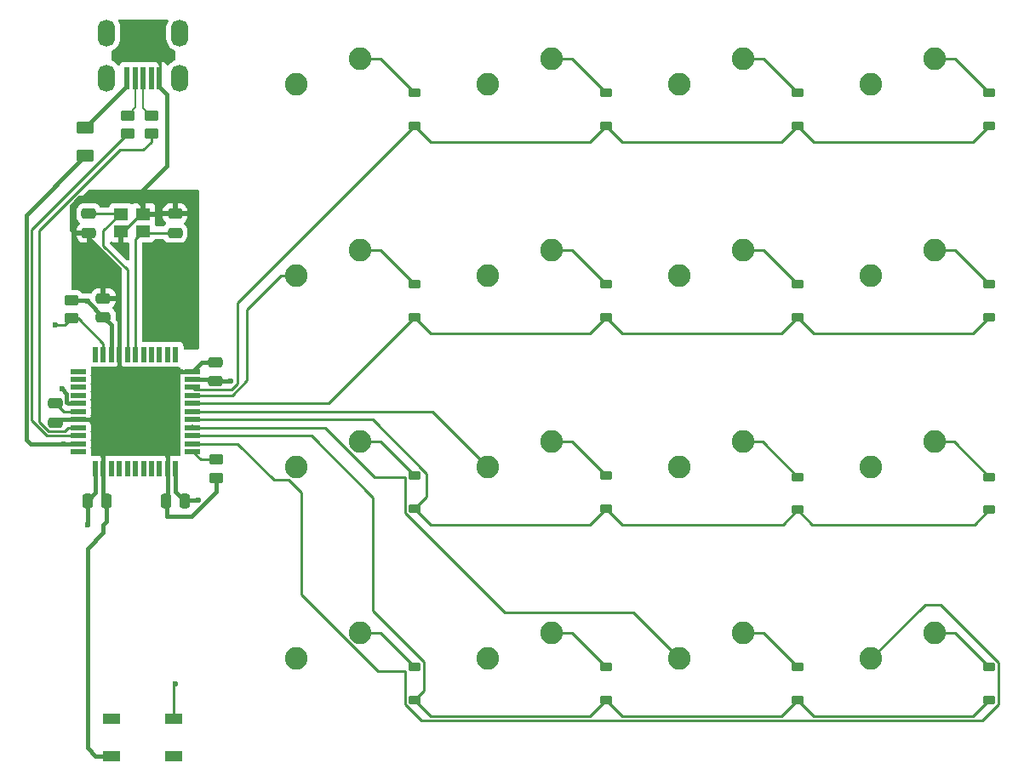
<source format=gbr>
%TF.GenerationSoftware,KiCad,Pcbnew,8.0.0*%
%TF.CreationDate,2025-01-29T17:19:00-08:00*%
%TF.ProjectId,IEEE-Macropad,49454545-2d4d-4616-9372-6f7061642e6b,rev?*%
%TF.SameCoordinates,Original*%
%TF.FileFunction,Copper,L2,Bot*%
%TF.FilePolarity,Positive*%
%FSLAX46Y46*%
G04 Gerber Fmt 4.6, Leading zero omitted, Abs format (unit mm)*
G04 Created by KiCad (PCBNEW 8.0.0) date 2025-01-29 17:19:00*
%MOMM*%
%LPD*%
G01*
G04 APERTURE LIST*
G04 Aperture macros list*
%AMRoundRect*
0 Rectangle with rounded corners*
0 $1 Rounding radius*
0 $2 $3 $4 $5 $6 $7 $8 $9 X,Y pos of 4 corners*
0 Add a 4 corners polygon primitive as box body*
4,1,4,$2,$3,$4,$5,$6,$7,$8,$9,$2,$3,0*
0 Add four circle primitives for the rounded corners*
1,1,$1+$1,$2,$3*
1,1,$1+$1,$4,$5*
1,1,$1+$1,$6,$7*
1,1,$1+$1,$8,$9*
0 Add four rect primitives between the rounded corners*
20,1,$1+$1,$2,$3,$4,$5,0*
20,1,$1+$1,$4,$5,$6,$7,0*
20,1,$1+$1,$6,$7,$8,$9,0*
20,1,$1+$1,$8,$9,$2,$3,0*%
G04 Aperture macros list end*
%TA.AperFunction,ComponentPad*%
%ADD10C,2.250000*%
%TD*%
%TA.AperFunction,SMDPad,CuDef*%
%ADD11RoundRect,0.225000X0.375000X-0.225000X0.375000X0.225000X-0.375000X0.225000X-0.375000X-0.225000X0*%
%TD*%
%TA.AperFunction,SMDPad,CuDef*%
%ADD12R,0.500000X2.250000*%
%TD*%
%TA.AperFunction,ComponentPad*%
%ADD13O,1.700000X2.700000*%
%TD*%
%TA.AperFunction,SMDPad,CuDef*%
%ADD14R,1.800000X1.100000*%
%TD*%
%TA.AperFunction,SMDPad,CuDef*%
%ADD15RoundRect,0.250000X-0.450000X0.262500X-0.450000X-0.262500X0.450000X-0.262500X0.450000X0.262500X0*%
%TD*%
%TA.AperFunction,SMDPad,CuDef*%
%ADD16RoundRect,0.250000X0.250000X0.475000X-0.250000X0.475000X-0.250000X-0.475000X0.250000X-0.475000X0*%
%TD*%
%TA.AperFunction,SMDPad,CuDef*%
%ADD17RoundRect,0.250000X-0.250000X-0.475000X0.250000X-0.475000X0.250000X0.475000X-0.250000X0.475000X0*%
%TD*%
%TA.AperFunction,SMDPad,CuDef*%
%ADD18RoundRect,0.250000X0.475000X-0.250000X0.475000X0.250000X-0.475000X0.250000X-0.475000X-0.250000X0*%
%TD*%
%TA.AperFunction,SMDPad,CuDef*%
%ADD19RoundRect,0.250000X-0.475000X0.250000X-0.475000X-0.250000X0.475000X-0.250000X0.475000X0.250000X0*%
%TD*%
%TA.AperFunction,SMDPad,CuDef*%
%ADD20R,1.500000X0.550000*%
%TD*%
%TA.AperFunction,SMDPad,CuDef*%
%ADD21R,0.550000X1.500000*%
%TD*%
%TA.AperFunction,SMDPad,CuDef*%
%ADD22R,1.400000X1.200000*%
%TD*%
%TA.AperFunction,SMDPad,CuDef*%
%ADD23RoundRect,0.250000X-0.625000X0.375000X-0.625000X-0.375000X0.625000X-0.375000X0.625000X0.375000X0*%
%TD*%
%TA.AperFunction,ViaPad*%
%ADD24C,0.600000*%
%TD*%
%TA.AperFunction,Conductor*%
%ADD25C,0.381000*%
%TD*%
%TA.AperFunction,Conductor*%
%ADD26C,0.254000*%
%TD*%
%TA.AperFunction,Conductor*%
%ADD27C,0.200000*%
%TD*%
G04 APERTURE END LIST*
D10*
%TO.P,MX6,1,COL*%
%TO.N,COL1*%
X172402500Y-50641250D03*
%TO.P,MX6,2,ROW*%
%TO.N,Net-(D6-A)*%
X178752500Y-48101250D03*
%TD*%
%TO.P,MX11,1,COL*%
%TO.N,COL2*%
X191452500Y-69691250D03*
%TO.P,MX11,2,ROW*%
%TO.N,Net-(D11-A)*%
X197802500Y-67151250D03*
%TD*%
%TO.P,MX16,1,COL*%
%TO.N,COL3*%
X210502500Y-88741250D03*
%TO.P,MX16,2,ROW*%
%TO.N,Net-(D16-A)*%
X216852500Y-86201250D03*
%TD*%
%TO.P,MX8,1,COL*%
%TO.N,COL3*%
X210502500Y-50641250D03*
%TO.P,MX8,2,ROW*%
%TO.N,Net-(D8-A)*%
X216852500Y-48101250D03*
%TD*%
%TO.P,MX4,1,COL*%
%TO.N,COL3*%
X210502500Y-31591250D03*
%TO.P,MX4,2,ROW*%
%TO.N,Net-(D4-A)*%
X216852500Y-29051250D03*
%TD*%
%TO.P,MX3,1,COL*%
%TO.N,COL2*%
X191452500Y-31591250D03*
%TO.P,MX3,2,ROW*%
%TO.N,Net-(D3-A)*%
X197802500Y-29051250D03*
%TD*%
%TO.P,MX5,1,COL*%
%TO.N,COL0*%
X153352500Y-50641250D03*
%TO.P,MX5,2,ROW*%
%TO.N,Net-(D5-A)*%
X159702500Y-48101250D03*
%TD*%
%TO.P,MX1,1,COL*%
%TO.N,COL0*%
X153352500Y-31591250D03*
%TO.P,MX1,2,ROW*%
%TO.N,Net-(D1-A)*%
X159702500Y-29051250D03*
%TD*%
%TO.P,MX12,1,COL*%
%TO.N,COL3*%
X210502500Y-69691250D03*
%TO.P,MX12,2,ROW*%
%TO.N,Net-(D12-A)*%
X216852500Y-67151250D03*
%TD*%
%TO.P,MX15,1,COL*%
%TO.N,COL2*%
X191452500Y-88741250D03*
%TO.P,MX15,2,ROW*%
%TO.N,Net-(D15-A)*%
X197802500Y-86201250D03*
%TD*%
%TO.P,MX2,1,COL*%
%TO.N,COL1*%
X172402500Y-31591250D03*
%TO.P,MX2,2,ROW*%
%TO.N,Net-(D2-A)*%
X178752500Y-29051250D03*
%TD*%
%TO.P,MX9,1,COL*%
%TO.N,COL0*%
X153352500Y-69691250D03*
%TO.P,MX9,2,ROW*%
%TO.N,Net-(D9-A)*%
X159702500Y-67151250D03*
%TD*%
%TO.P,MX7,1,COL*%
%TO.N,COL2*%
X191452500Y-50641250D03*
%TO.P,MX7,2,ROW*%
%TO.N,Net-(D7-A)*%
X197802500Y-48101250D03*
%TD*%
%TO.P,MX10,1,COL*%
%TO.N,COL1*%
X172402500Y-69691250D03*
%TO.P,MX10,2,ROW*%
%TO.N,Net-(D10-A)*%
X178752500Y-67151250D03*
%TD*%
%TO.P,MX14,1,COL*%
%TO.N,COL1*%
X172402500Y-88741250D03*
%TO.P,MX14,2,ROW*%
%TO.N,Net-(D14-A)*%
X178752500Y-86201250D03*
%TD*%
%TO.P,MX13,1,COL*%
%TO.N,COL0*%
X153352500Y-88741250D03*
%TO.P,MX13,2,ROW*%
%TO.N,Net-(D13-A)*%
X159702500Y-86201250D03*
%TD*%
D11*
%TO.P,D9,1,K*%
%TO.N,ROW2*%
X165100000Y-73818750D03*
%TO.P,D9,2,A*%
%TO.N,Net-(D9-A)*%
X165100000Y-70518750D03*
%TD*%
D12*
%TO.P,USB1,1,GND*%
%TO.N,GND*%
X139718750Y-30956250D03*
%TO.P,USB1,2,ID*%
%TO.N,unconnected-(USB1-ID-Pad2)*%
X138918750Y-30956250D03*
%TO.P,USB1,3,D+*%
%TO.N,D+*%
X138118750Y-30956250D03*
%TO.P,USB1,4,D-*%
%TO.N,D-*%
X137318750Y-30956250D03*
%TO.P,USB1,5,VBUS*%
%TO.N,VCC*%
X136518750Y-30956250D03*
D13*
%TO.P,USB1,6,SHIELD*%
%TO.N,unconnected-(USB1-SHIELD-Pad6)*%
X141768750Y-26456250D03*
X134468750Y-26456250D03*
X141768750Y-30956250D03*
X134468750Y-30956250D03*
%TD*%
D14*
%TO.P,SW1,1,1*%
%TO.N,GND*%
X134937500Y-98425000D03*
%TO.P,SW1,2,2*%
%TO.N,Net-(U1-~{RESET})*%
X141137500Y-94725000D03*
%TO.P,SW1,3*%
%TO.N,N/C*%
X134937500Y-94725000D03*
%TO.P,SW1,4*%
X141137500Y-98425000D03*
%TD*%
D11*
%TO.P,D10,1,K*%
%TO.N,ROW2*%
X184150000Y-73818750D03*
%TO.P,D10,2,A*%
%TO.N,Net-(D10-A)*%
X184150000Y-70518750D03*
%TD*%
%TO.P,D2,1,K*%
%TO.N,ROW0*%
X184150000Y-35718750D03*
%TO.P,D2,2,A*%
%TO.N,Net-(D2-A)*%
X184150000Y-32418750D03*
%TD*%
%TO.P,D13,1,K*%
%TO.N,ROW3*%
X165100000Y-92868750D03*
%TO.P,D13,2,A*%
%TO.N,Net-(D13-A)*%
X165100000Y-89568750D03*
%TD*%
%TO.P,D11,1,K*%
%TO.N,ROW2*%
X203200000Y-73943750D03*
%TO.P,D11,2,A*%
%TO.N,Net-(D11-A)*%
X203200000Y-70643750D03*
%TD*%
D15*
%TO.P,R3,1*%
%TO.N,D-*%
X136525000Y-34687500D03*
%TO.P,R3,2*%
%TO.N,Net-(U1-D-)*%
X136525000Y-36512500D03*
%TD*%
D16*
%TO.P,C6,1*%
%TO.N,+5V*%
X142237500Y-73025000D03*
%TO.P,C6,2*%
%TO.N,GND*%
X140337500Y-73025000D03*
%TD*%
D11*
%TO.P,D5,1,K*%
%TO.N,ROW1*%
X165100000Y-54768750D03*
%TO.P,D5,2,A*%
%TO.N,Net-(D5-A)*%
X165100000Y-51468750D03*
%TD*%
%TO.P,D4,1,K*%
%TO.N,ROW0*%
X222250000Y-35718750D03*
%TO.P,D4,2,A*%
%TO.N,Net-(D4-A)*%
X222250000Y-32418750D03*
%TD*%
D15*
%TO.P,R1,1*%
%TO.N,+5V*%
X130968750Y-53062500D03*
%TO.P,R1,2*%
%TO.N,Net-(U1-~{RESET})*%
X130968750Y-54887500D03*
%TD*%
D11*
%TO.P,D1,1,K*%
%TO.N,ROW0*%
X165100000Y-35718750D03*
%TO.P,D1,2,A*%
%TO.N,Net-(D1-A)*%
X165100000Y-32418750D03*
%TD*%
D17*
%TO.P,C7,1*%
%TO.N,+5V*%
X132556250Y-73025000D03*
%TO.P,C7,2*%
%TO.N,GND*%
X134456250Y-73025000D03*
%TD*%
D11*
%TO.P,D16,1,K*%
%TO.N,ROW3*%
X222250000Y-92868750D03*
%TO.P,D16,2,A*%
%TO.N,Net-(D16-A)*%
X222250000Y-89568750D03*
%TD*%
D18*
%TO.P,C5,1*%
%TO.N,+5V*%
X134143750Y-54768750D03*
%TO.P,C5,2*%
%TO.N,GND*%
X134143750Y-52868750D03*
%TD*%
D11*
%TO.P,D15,1,K*%
%TO.N,ROW3*%
X203200000Y-92868750D03*
%TO.P,D15,2,A*%
%TO.N,Net-(D15-A)*%
X203200000Y-89568750D03*
%TD*%
%TO.P,D14,1,K*%
%TO.N,ROW3*%
X184150000Y-92868750D03*
%TO.P,D14,2,A*%
%TO.N,Net-(D14-A)*%
X184150000Y-89568750D03*
%TD*%
D15*
%TO.P,R2,1*%
%TO.N,D+*%
X138906250Y-34687500D03*
%TO.P,R2,2*%
%TO.N,Net-(U1-D+)*%
X138906250Y-36512500D03*
%TD*%
D19*
%TO.P,C3,1*%
%TO.N,Net-(U1-UCAP)*%
X129381250Y-63343750D03*
%TO.P,C3,2*%
%TO.N,GND*%
X129381250Y-65243750D03*
%TD*%
D11*
%TO.P,D12,1,K*%
%TO.N,ROW2*%
X222250000Y-73943750D03*
%TO.P,D12,2,A*%
%TO.N,Net-(D12-A)*%
X222250000Y-70643750D03*
%TD*%
D18*
%TO.P,C2,1*%
%TO.N,GND*%
X132712500Y-46350000D03*
%TO.P,C2,2*%
%TO.N,Net-(U1-XTAL2)*%
X132712500Y-44450000D03*
%TD*%
D20*
%TO.P,U1,1,PE6*%
%TO.N,unconnected-(U1-PE6-Pad1)*%
X131637500Y-68150000D03*
%TO.P,U1,2,UVCC*%
%TO.N,+5V*%
X131637500Y-67350000D03*
%TO.P,U1,3,D-*%
%TO.N,Net-(U1-D-)*%
X131637500Y-66550000D03*
%TO.P,U1,4,D+*%
%TO.N,Net-(U1-D+)*%
X131637500Y-65750000D03*
%TO.P,U1,5,UGND*%
%TO.N,GND*%
X131637500Y-64950000D03*
%TO.P,U1,6,UCAP*%
%TO.N,Net-(U1-UCAP)*%
X131637500Y-64150000D03*
%TO.P,U1,7,VBUS*%
%TO.N,+5V*%
X131637500Y-63350000D03*
%TO.P,U1,8,PB0*%
%TO.N,unconnected-(U1-PB0-Pad8)*%
X131637500Y-62550000D03*
%TO.P,U1,9,PB1*%
%TO.N,unconnected-(U1-PB1-Pad9)*%
X131637500Y-61750000D03*
%TO.P,U1,10,PB2*%
%TO.N,unconnected-(U1-PB2-Pad10)*%
X131637500Y-60950000D03*
%TO.P,U1,11,PB3*%
%TO.N,unconnected-(U1-PB3-Pad11)*%
X131637500Y-60150000D03*
D21*
%TO.P,U1,12,PB7*%
%TO.N,unconnected-(U1-PB7-Pad12)*%
X133337500Y-58450000D03*
%TO.P,U1,13,~{RESET}*%
%TO.N,Net-(U1-~{RESET})*%
X134137500Y-58450000D03*
%TO.P,U1,14,VCC*%
%TO.N,+5V*%
X134937500Y-58450000D03*
%TO.P,U1,15,GND*%
%TO.N,GND*%
X135737500Y-58450000D03*
%TO.P,U1,16,XTAL2*%
%TO.N,Net-(U1-XTAL2)*%
X136537500Y-58450000D03*
%TO.P,U1,17,XTAL1*%
%TO.N,Net-(U1-XTAL1)*%
X137337500Y-58450000D03*
%TO.P,U1,18,PD0*%
%TO.N,unconnected-(U1-PD0-Pad18)*%
X138137500Y-58450000D03*
%TO.P,U1,19,PD1*%
%TO.N,unconnected-(U1-PD1-Pad19)*%
X138937500Y-58450000D03*
%TO.P,U1,20,PD2*%
%TO.N,unconnected-(U1-PD2-Pad20)*%
X139737500Y-58450000D03*
%TO.P,U1,21,PD3*%
%TO.N,unconnected-(U1-PD3-Pad21)*%
X140537500Y-58450000D03*
%TO.P,U1,22,PD5*%
%TO.N,unconnected-(U1-PD5-Pad22)*%
X141337500Y-58450000D03*
D20*
%TO.P,U1,23,GND*%
%TO.N,GND*%
X143037500Y-60150000D03*
%TO.P,U1,24,AVCC*%
%TO.N,+5V*%
X143037500Y-60950000D03*
%TO.P,U1,25,PD4*%
%TO.N,ROW0*%
X143037500Y-61750000D03*
%TO.P,U1,26,PD6*%
%TO.N,COL0*%
X143037500Y-62550000D03*
%TO.P,U1,27,PD7*%
%TO.N,ROW1*%
X143037500Y-63350000D03*
%TO.P,U1,28,PB4*%
%TO.N,COL1*%
X143037500Y-64150000D03*
%TO.P,U1,29,PB5*%
%TO.N,ROW2*%
X143037500Y-64950000D03*
%TO.P,U1,30,PB6*%
%TO.N,COL2*%
X143037500Y-65750000D03*
%TO.P,U1,31,PC6*%
%TO.N,ROW3*%
X143037500Y-66550000D03*
%TO.P,U1,32,PC7*%
%TO.N,COL3*%
X143037500Y-67350000D03*
%TO.P,U1,33,~{HWB}/PE2*%
%TO.N,Net-(U1-~{HWB}{slash}PE2)*%
X143037500Y-68150000D03*
D21*
%TO.P,U1,34,VCC*%
%TO.N,+5V*%
X141337500Y-69850000D03*
%TO.P,U1,35,GND*%
%TO.N,GND*%
X140537500Y-69850000D03*
%TO.P,U1,36,PF7*%
%TO.N,unconnected-(U1-PF7-Pad36)*%
X139737500Y-69850000D03*
%TO.P,U1,37,PF6*%
%TO.N,unconnected-(U1-PF6-Pad37)*%
X138937500Y-69850000D03*
%TO.P,U1,38,PF5*%
%TO.N,unconnected-(U1-PF5-Pad38)*%
X138137500Y-69850000D03*
%TO.P,U1,39,PF4*%
%TO.N,unconnected-(U1-PF4-Pad39)*%
X137337500Y-69850000D03*
%TO.P,U1,40,PF1*%
%TO.N,unconnected-(U1-PF1-Pad40)*%
X136537500Y-69850000D03*
%TO.P,U1,41,PF0*%
%TO.N,unconnected-(U1-PF0-Pad41)*%
X135737500Y-69850000D03*
%TO.P,U1,42,AREF*%
%TO.N,unconnected-(U1-AREF-Pad42)*%
X134937500Y-69850000D03*
%TO.P,U1,43,GND*%
%TO.N,GND*%
X134137500Y-69850000D03*
%TO.P,U1,44,AVCC*%
%TO.N,+5V*%
X133337500Y-69850000D03*
%TD*%
D11*
%TO.P,D8,1,K*%
%TO.N,ROW1*%
X222250000Y-54768750D03*
%TO.P,D8,2,A*%
%TO.N,Net-(D8-A)*%
X222250000Y-51468750D03*
%TD*%
D15*
%TO.P,R4,1*%
%TO.N,Net-(U1-~{HWB}{slash}PE2)*%
X145375000Y-68937500D03*
%TO.P,R4,2*%
%TO.N,GND*%
X145375000Y-70762500D03*
%TD*%
D22*
%TO.P,Y1,1,1*%
%TO.N,Net-(U1-XTAL1)*%
X138112500Y-46193750D03*
%TO.P,Y1,2,2*%
%TO.N,GND*%
X135912500Y-46193750D03*
%TO.P,Y1,3,3*%
%TO.N,Net-(U1-XTAL2)*%
X135912500Y-44493750D03*
%TO.P,Y1,4,4*%
%TO.N,GND*%
X138112500Y-44493750D03*
%TD*%
D23*
%TO.P,F1,1*%
%TO.N,VCC*%
X132368750Y-35906250D03*
%TO.P,F1,2*%
%TO.N,+5V*%
X132368750Y-38706250D03*
%TD*%
D11*
%TO.P,D3,1,K*%
%TO.N,ROW0*%
X203200000Y-35718750D03*
%TO.P,D3,2,A*%
%TO.N,Net-(D3-A)*%
X203200000Y-32418750D03*
%TD*%
D19*
%TO.P,C1,1*%
%TO.N,GND*%
X141287500Y-44450000D03*
%TO.P,C1,2*%
%TO.N,Net-(U1-XTAL1)*%
X141287500Y-46350000D03*
%TD*%
D11*
%TO.P,D6,1,K*%
%TO.N,ROW1*%
X184150000Y-54768750D03*
%TO.P,D6,2,A*%
%TO.N,Net-(D6-A)*%
X184150000Y-51468750D03*
%TD*%
D18*
%TO.P,C4,1*%
%TO.N,+5V*%
X145256250Y-61118750D03*
%TO.P,C4,2*%
%TO.N,GND*%
X145256250Y-59218750D03*
%TD*%
D11*
%TO.P,D7,1,K*%
%TO.N,ROW1*%
X203200000Y-54768750D03*
%TO.P,D7,2,A*%
%TO.N,Net-(D7-A)*%
X203200000Y-51468750D03*
%TD*%
D24*
%TO.N,+5V*%
X132556250Y-53181250D03*
X130008250Y-61912500D03*
X130175000Y-67350000D03*
X132556250Y-75406250D03*
X143577367Y-72933617D03*
X146843750Y-61118750D03*
%TO.N,Net-(U1-~{RESET})*%
X141287500Y-91281250D03*
X129381250Y-55562500D03*
%TD*%
D25*
%TO.N,GND*%
X130968750Y-46037500D02*
X130968750Y-43656250D01*
X137318750Y-42862500D02*
X138112500Y-43656250D01*
D26*
X138156250Y-44450000D02*
X138112500Y-44493750D01*
D25*
X131762500Y-42862500D02*
X137318750Y-42862500D01*
D26*
X136166500Y-46193750D02*
X137866500Y-44493750D01*
D25*
X132712500Y-46350000D02*
X132712500Y-46925606D01*
X145375000Y-70762500D02*
X145375000Y-72112500D01*
X140493750Y-74612500D02*
X140493750Y-73181250D01*
X135737500Y-53181250D02*
X135737500Y-58450000D01*
X135731250Y-58737500D02*
X135737500Y-58731250D01*
X129381250Y-65243750D02*
X129675000Y-64950000D01*
X132556250Y-77787500D02*
X134143750Y-76200000D01*
X138550250Y-62393750D02*
X138550250Y-66319000D01*
X132768500Y-64950000D02*
X134137500Y-66319000D01*
X131281250Y-46350000D02*
X130968750Y-46037500D01*
D26*
X135912500Y-46193750D02*
X136166500Y-46193750D01*
D25*
X140537500Y-72825000D02*
X140337500Y-73025000D01*
X135887500Y-46193750D02*
X135731250Y-46037500D01*
X140537500Y-68306250D02*
X140537500Y-69850000D01*
X134137500Y-72706250D02*
X134137500Y-69850000D01*
X131637500Y-64950000D02*
X132768500Y-64950000D01*
D26*
X141243750Y-44493750D02*
X141287500Y-44450000D01*
D25*
X134137500Y-66319000D02*
X134137500Y-69850000D01*
X140794000Y-60150000D02*
X143037500Y-60150000D01*
X132712500Y-46925606D02*
X135737500Y-49950606D01*
X134137500Y-66319000D02*
X138550250Y-66319000D01*
X135737500Y-58450000D02*
X135737500Y-58731250D01*
D26*
X137866500Y-44493750D02*
X138112500Y-44493750D01*
D25*
X135737500Y-59581000D02*
X138550250Y-62393750D01*
X138112500Y-43656250D02*
X138112500Y-44493750D01*
X143968750Y-59218750D02*
X143037500Y-60150000D01*
X135737500Y-58450000D02*
X135737500Y-59581000D01*
X138550250Y-66319000D02*
X140537500Y-68306250D01*
X140493750Y-39687500D02*
X137318750Y-42862500D01*
X142875000Y-74612500D02*
X140493750Y-74612500D01*
X130968750Y-43656250D02*
X131762500Y-42862500D01*
X140493750Y-73181250D02*
X140337500Y-73025000D01*
X145375000Y-72112500D02*
X142875000Y-74612500D01*
X134456250Y-75093750D02*
X134456250Y-73025000D01*
X134143750Y-76200000D02*
X134143750Y-75406250D01*
X145256250Y-59218750D02*
X143968750Y-59218750D01*
X140537500Y-69850000D02*
X140537500Y-72825000D01*
D26*
X141287500Y-44450000D02*
X138156250Y-44450000D01*
D25*
X135425000Y-52868750D02*
X135737500Y-53181250D01*
X133350000Y-98425000D02*
X132556250Y-97631250D01*
X134143750Y-75406250D02*
X134456250Y-75093750D01*
X134937500Y-98425000D02*
X133350000Y-98425000D01*
X134143750Y-52868750D02*
X135425000Y-52868750D01*
X129675000Y-64950000D02*
X131637500Y-64950000D01*
X132556250Y-97631250D02*
X132556250Y-77787500D01*
X138550250Y-62393750D02*
X140794000Y-60150000D01*
X135737500Y-49950606D02*
X135737500Y-53181250D01*
X134456250Y-73025000D02*
X134137500Y-72706250D01*
X140493750Y-32606250D02*
X140493750Y-39687500D01*
X132712500Y-46350000D02*
X131281250Y-46350000D01*
X140493750Y-32606250D02*
X139718750Y-31831250D01*
X139718750Y-31831250D02*
X139718750Y-30956250D01*
D26*
%TO.N,Net-(U1-UCAP)*%
X130187500Y-64150000D02*
X131637500Y-64150000D01*
X129381250Y-63343750D02*
X130187500Y-64150000D01*
D25*
%TO.N,+5V*%
X130968750Y-53062500D02*
X132437500Y-53062500D01*
X132368750Y-38706250D02*
X126482500Y-44592500D01*
X141337500Y-72125000D02*
X142237500Y-73025000D01*
X134143750Y-54768750D02*
X134937500Y-55562500D01*
X131637500Y-63350000D02*
X130631500Y-63350000D01*
X145087500Y-60950000D02*
X143037500Y-60950000D01*
X145256250Y-61118750D02*
X145087500Y-60950000D01*
X126482500Y-66951250D02*
X126881250Y-67350000D01*
X126482500Y-44592500D02*
X126482500Y-66951250D01*
X145256250Y-61118750D02*
X146843750Y-61118750D01*
X126881250Y-67350000D02*
X131637500Y-67350000D01*
X134937500Y-55562500D02*
X134937500Y-58450000D01*
X130497000Y-63215500D02*
X130497000Y-62401250D01*
X142328883Y-72933617D02*
X142237500Y-73025000D01*
X130497000Y-62401250D02*
X130008250Y-61912500D01*
X132556250Y-53181250D02*
X134143750Y-54768750D01*
X141337500Y-69850000D02*
X141337500Y-72125000D01*
X132556250Y-75406250D02*
X132556250Y-73025000D01*
X133337500Y-72243750D02*
X132556250Y-73025000D01*
X132437500Y-53062500D02*
X132556250Y-53181250D01*
X143577367Y-72933617D02*
X142328883Y-72933617D01*
X133337500Y-69850000D02*
X133337500Y-72243750D01*
X130631500Y-63350000D02*
X130497000Y-63215500D01*
D26*
%TO.N,Net-(U1-XTAL1)*%
X137337500Y-46968750D02*
X137337500Y-58450000D01*
X138112500Y-46193750D02*
X137337500Y-46968750D01*
X138268750Y-46350000D02*
X138112500Y-46193750D01*
X141287500Y-46350000D02*
X138268750Y-46350000D01*
%TO.N,Net-(U1-XTAL2)*%
X135912500Y-44493750D02*
X135812500Y-44493750D01*
X135868750Y-44450000D02*
X135912500Y-44493750D01*
X132712500Y-44450000D02*
X135868750Y-44450000D01*
X134143750Y-46162500D02*
X134143750Y-47625000D01*
X135812500Y-44493750D02*
X134143750Y-46162500D01*
X136537500Y-50018750D02*
X136537500Y-58450000D01*
X134143750Y-47625000D02*
X136537500Y-50018750D01*
%TO.N,Net-(D1-A)*%
X159702500Y-29051250D02*
X161732500Y-29051250D01*
X161732500Y-29051250D02*
X165100000Y-32418750D01*
%TO.N,ROW0*%
X182562500Y-37306250D02*
X166687500Y-37306250D01*
X184150000Y-35718750D02*
X182562500Y-37306250D01*
X146903462Y-61945750D02*
X147470750Y-61378462D01*
X220662500Y-37306250D02*
X204787500Y-37306250D01*
X166687500Y-37306250D02*
X165100000Y-35718750D01*
X143233250Y-61945750D02*
X146903462Y-61945750D01*
X143037500Y-61750000D02*
X143233250Y-61945750D01*
X203200000Y-35718750D02*
X201612500Y-37306250D01*
X201612500Y-37306250D02*
X185737500Y-37306250D01*
X147470750Y-53348000D02*
X165100000Y-35718750D01*
X147470750Y-61378462D02*
X147470750Y-53348000D01*
X222250000Y-35718750D02*
X220662500Y-37306250D01*
X185737500Y-37306250D02*
X184150000Y-35718750D01*
X204787500Y-37306250D02*
X203200000Y-35718750D01*
%TO.N,Net-(D2-A)*%
X178752500Y-29051250D02*
X180782500Y-29051250D01*
X180782500Y-29051250D02*
X184150000Y-32418750D01*
%TO.N,Net-(D3-A)*%
X199832500Y-29051250D02*
X203200000Y-32418750D01*
X197802500Y-29051250D02*
X199832500Y-29051250D01*
%TO.N,Net-(D4-A)*%
X218882500Y-29051250D02*
X222250000Y-32418750D01*
X216852500Y-29051250D02*
X218882500Y-29051250D01*
%TO.N,ROW1*%
X156518750Y-63350000D02*
X165100000Y-54768750D01*
X182562500Y-56356250D02*
X184150000Y-54768750D01*
X166687500Y-56356250D02*
X182562500Y-56356250D01*
X184150000Y-54768750D02*
X185737500Y-56356250D01*
X203200000Y-54768750D02*
X204787500Y-56356250D01*
X204787500Y-56356250D02*
X220662500Y-56356250D01*
X185737500Y-56356250D02*
X201612500Y-56356250D01*
X165100000Y-54768750D02*
X166687500Y-56356250D01*
X201612500Y-56356250D02*
X203200000Y-54768750D01*
X143037500Y-63350000D02*
X156518750Y-63350000D01*
X220662500Y-56356250D02*
X222250000Y-54768750D01*
%TO.N,Net-(D5-A)*%
X161732500Y-48101250D02*
X165100000Y-51468750D01*
X159702500Y-48101250D02*
X161732500Y-48101250D01*
%TO.N,Net-(D6-A)*%
X180782500Y-48101250D02*
X184150000Y-51468750D01*
X178752500Y-48101250D02*
X180782500Y-48101250D01*
%TO.N,Net-(D7-A)*%
X199832500Y-48101250D02*
X203200000Y-51468750D01*
X197802500Y-48101250D02*
X199832500Y-48101250D01*
%TO.N,Net-(D8-A)*%
X216852500Y-48101250D02*
X218882500Y-48101250D01*
X218882500Y-48101250D02*
X222250000Y-51468750D01*
%TO.N,Net-(D9-A)*%
X159702500Y-67151250D02*
X161732500Y-67151250D01*
X161732500Y-67151250D02*
X165100000Y-70518750D01*
%TO.N,ROW2*%
X222250000Y-73943750D02*
X220787500Y-75406250D01*
X143037500Y-64950000D02*
X160918130Y-64950000D01*
X165100000Y-73818750D02*
X166687500Y-75406250D01*
X182562500Y-75406250D02*
X184150000Y-73818750D01*
X160918130Y-64950000D02*
X166290625Y-70322495D01*
X166290625Y-70322495D02*
X166290625Y-72628125D01*
X166290625Y-72628125D02*
X165100000Y-73818750D01*
X201737500Y-75406250D02*
X185737500Y-75406250D01*
X220787500Y-75406250D02*
X204662500Y-75406250D01*
X203200000Y-73943750D02*
X201737500Y-75406250D01*
X166687500Y-75406250D02*
X182562500Y-75406250D01*
X204662500Y-75406250D02*
X203200000Y-73943750D01*
X185737500Y-75406250D02*
X184150000Y-73818750D01*
%TO.N,Net-(D10-A)*%
X180782500Y-67151250D02*
X184150000Y-70518750D01*
X178752500Y-67151250D02*
X180782500Y-67151250D01*
%TO.N,Net-(D11-A)*%
X197802500Y-67151250D02*
X199707500Y-67151250D01*
X199707500Y-67151250D02*
X203200000Y-70643750D01*
%TO.N,Net-(D12-A)*%
X216852500Y-67151250D02*
X218757500Y-67151250D01*
X218757500Y-67151250D02*
X222250000Y-70643750D01*
%TO.N,Net-(D13-A)*%
X161732500Y-86201250D02*
X165100000Y-89568750D01*
X159702500Y-86201250D02*
X161732500Y-86201250D01*
%TO.N,ROW3*%
X182562500Y-94456250D02*
X184150000Y-92868750D01*
X166027000Y-91941750D02*
X165100000Y-92868750D01*
X185737500Y-94456250D02*
X201612500Y-94456250D01*
X201612500Y-94456250D02*
X203200000Y-92868750D01*
X204787500Y-94456250D02*
X220662500Y-94456250D01*
X165100000Y-92868750D02*
X166687500Y-94456250D01*
X220662500Y-94456250D02*
X222250000Y-92868750D01*
X160990500Y-83996750D02*
X166027000Y-89033250D01*
X160990500Y-72706291D02*
X160990500Y-83996750D01*
X203200000Y-92868750D02*
X204787500Y-94456250D01*
X166027000Y-89033250D02*
X166027000Y-91941750D01*
X184150000Y-92868750D02*
X185737500Y-94456250D01*
X166687500Y-94456250D02*
X182562500Y-94456250D01*
X154834209Y-66550000D02*
X160990500Y-72706291D01*
X143037500Y-66550000D02*
X154834209Y-66550000D01*
%TO.N,Net-(D14-A)*%
X180782500Y-86201250D02*
X184150000Y-89568750D01*
X178752500Y-86201250D02*
X180782500Y-86201250D01*
%TO.N,Net-(D15-A)*%
X199832500Y-86201250D02*
X203200000Y-89568750D01*
X197802500Y-86201250D02*
X199832500Y-86201250D01*
%TO.N,Net-(D16-A)*%
X216852500Y-86201250D02*
X218882500Y-86201250D01*
X218882500Y-86201250D02*
X222250000Y-89568750D01*
D25*
%TO.N,VCC*%
X136518750Y-31756250D02*
X136518750Y-30956250D01*
X132368750Y-35906250D02*
X136518750Y-31756250D01*
D26*
%TO.N,COL0*%
X148431250Y-53975000D02*
X151765000Y-50641250D01*
X148431250Y-61060014D02*
X148431250Y-53975000D01*
X151765000Y-50641250D02*
X153352500Y-50641250D01*
X143037500Y-62550000D02*
X146941264Y-62550000D01*
X146941264Y-62550000D02*
X148431250Y-61060014D01*
%TO.N,COL1*%
X166861250Y-64150000D02*
X172402500Y-69691250D01*
X143037500Y-64150000D02*
X166861250Y-64150000D01*
%TO.N,COL2*%
X143037500Y-65552000D02*
X142875000Y-65552000D01*
X143037500Y-65750000D02*
X143037500Y-65552000D01*
X156247811Y-65750000D02*
X161141561Y-70643750D01*
X143037500Y-65750000D02*
X156247811Y-65750000D01*
X186848750Y-84137500D02*
X191452500Y-88741250D01*
X164173000Y-70643750D02*
X164173000Y-74278630D01*
X174031870Y-84137500D02*
X186848750Y-84137500D01*
X164173000Y-74278630D02*
X174031870Y-84137500D01*
X161141561Y-70643750D02*
X164173000Y-70643750D01*
%TO.N,COL3*%
X164173000Y-90028630D02*
X164173000Y-93328630D01*
X165754620Y-94910250D02*
X221595380Y-94910250D01*
X217411880Y-83343750D02*
X215900000Y-83343750D01*
X147518750Y-67350000D02*
X151148000Y-70979250D01*
X164173000Y-93328630D02*
X165754620Y-94910250D01*
X221595380Y-94910250D02*
X223177000Y-93328630D01*
X152601095Y-70979250D02*
X153853095Y-72231250D01*
X143037500Y-67350000D02*
X147518750Y-67350000D01*
X153853095Y-72231250D02*
X153853095Y-82405284D01*
X223177000Y-89108870D02*
X217411880Y-83343750D01*
X223177000Y-93328630D02*
X223177000Y-89108870D01*
X151148000Y-70979250D02*
X152601095Y-70979250D01*
X161476441Y-90028630D02*
X164173000Y-90028630D01*
X153853095Y-82405284D02*
X161476441Y-90028630D01*
X215900000Y-83343750D02*
X210502500Y-88741250D01*
%TO.N,Net-(U1-D-)*%
X131637500Y-66550000D02*
X128497520Y-66550000D01*
X128497520Y-66550000D02*
X127000000Y-65052480D01*
X127000000Y-65052480D02*
X127000000Y-46037500D01*
X127000000Y-46037500D02*
X136525000Y-36512500D01*
%TO.N,Net-(U1-~{HWB}{slash}PE2)*%
X143825000Y-68937500D02*
X143037500Y-68150000D01*
X145375000Y-68937500D02*
X143825000Y-68937500D01*
D27*
%TO.N,D+*%
X138118750Y-33900000D02*
X138906250Y-34687500D01*
X138118750Y-30956250D02*
X138118750Y-33900000D01*
D26*
%TO.N,Net-(U1-D+)*%
X127793750Y-46099394D02*
X127793750Y-65204178D01*
X138906250Y-36512500D02*
X138906250Y-37306250D01*
X130633500Y-65750000D02*
X131637500Y-65750000D01*
X138112500Y-38100000D02*
X135793144Y-38100000D01*
X127793750Y-65204178D02*
X128660322Y-66070750D01*
X138906250Y-37306250D02*
X138112500Y-38100000D01*
X135793144Y-38100000D02*
X127793750Y-46099394D01*
X128660322Y-66070750D02*
X130312750Y-66070750D01*
X130312750Y-66070750D02*
X130633500Y-65750000D01*
D27*
%TO.N,D-*%
X137318750Y-33893750D02*
X136525000Y-34687500D01*
X137318750Y-30956250D02*
X137318750Y-33893750D01*
D26*
%TO.N,Net-(U1-~{RESET})*%
X130293750Y-55562500D02*
X130968750Y-54887500D01*
X129381250Y-55562500D02*
X130293750Y-55562500D01*
X141137500Y-94725000D02*
X141137500Y-91431250D01*
X141137500Y-91431250D02*
X141287500Y-91281250D01*
X134137500Y-57356250D02*
X134137500Y-58450000D01*
X131668750Y-54887500D02*
X134137500Y-57356250D01*
X130968750Y-54887500D02*
X131668750Y-54887500D01*
%TD*%
%TA.AperFunction,Conductor*%
%TO.N,GND*%
G36*
X143611789Y-42088435D02*
G01*
X143657544Y-42141239D01*
X143668750Y-42192750D01*
X143668750Y-57819750D01*
X143649065Y-57886789D01*
X143596261Y-57932544D01*
X143544750Y-57943750D01*
X142236999Y-57943750D01*
X142169960Y-57924065D01*
X142124205Y-57871261D01*
X142112999Y-57819750D01*
X142112999Y-57652129D01*
X142112998Y-57652123D01*
X142112997Y-57652116D01*
X142106591Y-57592517D01*
X142056296Y-57457669D01*
X142056295Y-57457668D01*
X142056293Y-57457664D01*
X141970047Y-57342455D01*
X141970044Y-57342452D01*
X141854835Y-57256206D01*
X141854828Y-57256202D01*
X141719986Y-57205910D01*
X141719985Y-57205909D01*
X141719983Y-57205909D01*
X141660373Y-57199500D01*
X141660363Y-57199500D01*
X141014629Y-57199500D01*
X141014620Y-57199501D01*
X140950748Y-57206367D01*
X140924242Y-57206367D01*
X140919983Y-57205909D01*
X140860373Y-57199500D01*
X140860364Y-57199500D01*
X140214629Y-57199500D01*
X140214620Y-57199501D01*
X140150748Y-57206367D01*
X140124242Y-57206367D01*
X140119983Y-57205909D01*
X140060373Y-57199500D01*
X140060364Y-57199500D01*
X139414629Y-57199500D01*
X139414620Y-57199501D01*
X139350748Y-57206367D01*
X139324242Y-57206367D01*
X139319983Y-57205909D01*
X139260373Y-57199500D01*
X139260364Y-57199500D01*
X138614629Y-57199500D01*
X138614620Y-57199501D01*
X138550748Y-57206367D01*
X138524242Y-57206367D01*
X138519983Y-57205909D01*
X138460373Y-57199500D01*
X138460367Y-57199500D01*
X138089000Y-57199500D01*
X138021961Y-57179815D01*
X137976206Y-57127011D01*
X137965000Y-57075500D01*
X137965000Y-47418249D01*
X137984685Y-47351210D01*
X138037489Y-47305455D01*
X138089000Y-47294249D01*
X138860371Y-47294249D01*
X138860372Y-47294249D01*
X138919983Y-47287841D01*
X139054831Y-47237546D01*
X139170046Y-47151296D01*
X139231910Y-47068657D01*
X139261612Y-47028981D01*
X139264191Y-47030911D01*
X139302405Y-46992681D01*
X139361856Y-46977500D01*
X140094356Y-46977500D01*
X140161395Y-46997185D01*
X140199894Y-47036403D01*
X140219788Y-47068656D01*
X140343844Y-47192712D01*
X140493166Y-47284814D01*
X140659703Y-47339999D01*
X140762491Y-47350500D01*
X141812508Y-47350499D01*
X141812516Y-47350498D01*
X141812519Y-47350498D01*
X141868802Y-47344748D01*
X141915297Y-47339999D01*
X142081834Y-47284814D01*
X142231156Y-47192712D01*
X142355212Y-47068656D01*
X142447314Y-46919334D01*
X142502499Y-46752797D01*
X142513000Y-46650009D01*
X142512999Y-46049992D01*
X142502499Y-45947203D01*
X142447314Y-45780666D01*
X142355212Y-45631344D01*
X142231156Y-45507288D01*
X142227842Y-45505243D01*
X142226046Y-45503248D01*
X142225489Y-45502807D01*
X142225564Y-45502711D01*
X142181118Y-45453297D01*
X142169897Y-45384334D01*
X142197740Y-45320252D01*
X142227848Y-45294165D01*
X142230842Y-45292318D01*
X142354815Y-45168345D01*
X142446856Y-45019124D01*
X142446858Y-45019119D01*
X142502005Y-44852697D01*
X142502006Y-44852690D01*
X142512499Y-44749986D01*
X142512500Y-44749973D01*
X142512500Y-44700000D01*
X140062501Y-44700000D01*
X140062501Y-44749986D01*
X140072994Y-44852697D01*
X140128141Y-45019119D01*
X140128143Y-45019124D01*
X140220184Y-45168345D01*
X140344155Y-45292316D01*
X140344159Y-45292319D01*
X140347156Y-45294168D01*
X140348779Y-45295972D01*
X140349823Y-45296798D01*
X140349681Y-45296976D01*
X140393881Y-45346116D01*
X140405102Y-45415079D01*
X140377259Y-45479161D01*
X140347161Y-45505241D01*
X140343849Y-45507283D01*
X140343843Y-45507288D01*
X140219789Y-45631342D01*
X140219787Y-45631345D01*
X140199894Y-45663597D01*
X140147946Y-45710322D01*
X140094356Y-45722500D01*
X139436999Y-45722500D01*
X139369960Y-45702815D01*
X139324205Y-45650011D01*
X139312999Y-45598500D01*
X139312999Y-45545879D01*
X139312998Y-45545873D01*
X139308693Y-45505826D01*
X139306591Y-45486267D01*
X139294511Y-45453880D01*
X139269331Y-45386368D01*
X139264347Y-45316677D01*
X139269331Y-45299701D01*
X139306097Y-45201126D01*
X139306098Y-45201122D01*
X139312499Y-45141594D01*
X139312500Y-45141577D01*
X139312500Y-44743750D01*
X137986500Y-44743750D01*
X137919461Y-44724065D01*
X137873706Y-44671261D01*
X137862500Y-44619750D01*
X137862500Y-43393750D01*
X138362500Y-43393750D01*
X138362500Y-44243750D01*
X139312500Y-44243750D01*
X139312500Y-44200000D01*
X140062500Y-44200000D01*
X141037500Y-44200000D01*
X141037500Y-43450000D01*
X141537500Y-43450000D01*
X141537500Y-44200000D01*
X142512499Y-44200000D01*
X142512499Y-44150028D01*
X142512498Y-44150013D01*
X142502005Y-44047302D01*
X142446858Y-43880880D01*
X142446856Y-43880875D01*
X142354815Y-43731654D01*
X142230845Y-43607684D01*
X142081624Y-43515643D01*
X142081619Y-43515641D01*
X141915197Y-43460494D01*
X141915190Y-43460493D01*
X141812486Y-43450000D01*
X141537500Y-43450000D01*
X141037500Y-43450000D01*
X140762529Y-43450000D01*
X140762512Y-43450001D01*
X140659802Y-43460494D01*
X140493380Y-43515641D01*
X140493375Y-43515643D01*
X140344154Y-43607684D01*
X140220184Y-43731654D01*
X140128143Y-43880875D01*
X140128141Y-43880880D01*
X140072994Y-44047302D01*
X140072993Y-44047309D01*
X140062500Y-44150013D01*
X140062500Y-44200000D01*
X139312500Y-44200000D01*
X139312500Y-43845922D01*
X139312499Y-43845905D01*
X139306098Y-43786377D01*
X139306096Y-43786370D01*
X139255854Y-43651663D01*
X139255850Y-43651656D01*
X139169690Y-43536562D01*
X139169687Y-43536559D01*
X139054593Y-43450399D01*
X139054586Y-43450395D01*
X138919879Y-43400153D01*
X138919872Y-43400151D01*
X138860344Y-43393750D01*
X138362500Y-43393750D01*
X137862500Y-43393750D01*
X137364655Y-43393750D01*
X137305127Y-43400151D01*
X137305120Y-43400153D01*
X137170413Y-43450395D01*
X137170410Y-43450397D01*
X137087227Y-43512668D01*
X137021762Y-43537085D01*
X136953489Y-43522233D01*
X136938606Y-43512668D01*
X136854831Y-43449954D01*
X136854828Y-43449952D01*
X136719982Y-43399658D01*
X136719983Y-43399658D01*
X136660383Y-43393251D01*
X136660381Y-43393250D01*
X136660373Y-43393250D01*
X136660364Y-43393250D01*
X135164629Y-43393250D01*
X135164623Y-43393251D01*
X135105016Y-43399658D01*
X134970171Y-43449952D01*
X134970164Y-43449956D01*
X134854955Y-43536202D01*
X134854952Y-43536205D01*
X134768706Y-43651414D01*
X134768702Y-43651421D01*
X134734981Y-43741833D01*
X134693110Y-43797767D01*
X134627645Y-43822184D01*
X134618799Y-43822500D01*
X133905644Y-43822500D01*
X133838605Y-43802815D01*
X133800106Y-43763597D01*
X133792813Y-43751774D01*
X133780212Y-43731344D01*
X133656156Y-43607288D01*
X133541490Y-43536562D01*
X133506836Y-43515187D01*
X133506831Y-43515185D01*
X133499232Y-43512667D01*
X133340297Y-43460001D01*
X133340295Y-43460000D01*
X133237510Y-43449500D01*
X132187498Y-43449500D01*
X132187480Y-43449501D01*
X132084703Y-43460000D01*
X132084700Y-43460001D01*
X131918168Y-43515185D01*
X131918163Y-43515187D01*
X131768842Y-43607289D01*
X131644789Y-43731342D01*
X131552687Y-43880663D01*
X131552685Y-43880668D01*
X131552615Y-43880880D01*
X131497501Y-44047203D01*
X131497501Y-44047204D01*
X131497500Y-44047204D01*
X131487000Y-44149983D01*
X131487000Y-44750001D01*
X131487001Y-44750019D01*
X131497500Y-44852796D01*
X131497501Y-44852799D01*
X131519707Y-44919811D01*
X131552686Y-45019334D01*
X131644788Y-45168656D01*
X131768844Y-45292712D01*
X131771200Y-45294165D01*
X131772153Y-45294753D01*
X131773945Y-45296746D01*
X131774511Y-45297193D01*
X131774434Y-45297289D01*
X131818879Y-45346699D01*
X131830103Y-45415661D01*
X131802261Y-45479744D01*
X131772165Y-45505826D01*
X131769160Y-45507679D01*
X131769155Y-45507683D01*
X131645184Y-45631654D01*
X131553143Y-45780875D01*
X131553141Y-45780880D01*
X131497994Y-45947302D01*
X131497993Y-45947309D01*
X131487500Y-46050013D01*
X131487500Y-46100000D01*
X132838500Y-46100000D01*
X132905539Y-46119685D01*
X132951294Y-46172489D01*
X132962500Y-46224000D01*
X132962500Y-47349999D01*
X133237472Y-47349999D01*
X133237486Y-47349998D01*
X133340197Y-47339505D01*
X133353241Y-47335183D01*
X133423069Y-47332778D01*
X133483113Y-47368507D01*
X133514308Y-47431026D01*
X133516250Y-47452887D01*
X133516250Y-47686807D01*
X133540362Y-47808027D01*
X133540364Y-47808035D01*
X133573812Y-47888785D01*
X133587665Y-47922229D01*
X133587670Y-47922239D01*
X133656338Y-48025007D01*
X133656341Y-48025011D01*
X135873681Y-50242350D01*
X135907166Y-50303673D01*
X135910000Y-50330031D01*
X135910000Y-57294441D01*
X135890315Y-57361480D01*
X135885267Y-57368752D01*
X135851767Y-57413502D01*
X135795833Y-57455373D01*
X135726141Y-57460357D01*
X135664818Y-57426872D01*
X135631334Y-57365548D01*
X135628500Y-57339191D01*
X135628500Y-55494439D01*
X135601946Y-55360948D01*
X135601945Y-55360947D01*
X135601945Y-55360943D01*
X135601943Y-55360938D01*
X135549857Y-55235190D01*
X135549855Y-55235187D01*
X135474236Y-55122014D01*
X135474230Y-55122007D01*
X135405568Y-55053345D01*
X135372083Y-54992022D01*
X135369249Y-54965664D01*
X135369249Y-54468748D01*
X135369248Y-54468731D01*
X135358749Y-54365953D01*
X135358748Y-54365950D01*
X135338771Y-54305663D01*
X135303564Y-54199416D01*
X135211462Y-54050094D01*
X135087406Y-53926038D01*
X135084092Y-53923993D01*
X135082296Y-53921998D01*
X135081739Y-53921557D01*
X135081814Y-53921461D01*
X135037368Y-53872047D01*
X135026147Y-53803084D01*
X135053990Y-53739002D01*
X135084098Y-53712915D01*
X135087092Y-53711068D01*
X135211065Y-53587095D01*
X135303106Y-53437874D01*
X135303108Y-53437869D01*
X135358255Y-53271447D01*
X135358256Y-53271440D01*
X135368749Y-53168736D01*
X135368750Y-53168723D01*
X135368750Y-53118750D01*
X134017750Y-53118750D01*
X133950711Y-53099065D01*
X133904956Y-53046261D01*
X133893750Y-52994750D01*
X133893750Y-51868750D01*
X134393750Y-51868750D01*
X134393750Y-52618750D01*
X135368749Y-52618750D01*
X135368749Y-52568778D01*
X135368748Y-52568763D01*
X135358255Y-52466052D01*
X135303108Y-52299630D01*
X135303106Y-52299625D01*
X135211065Y-52150404D01*
X135087095Y-52026434D01*
X134937874Y-51934393D01*
X134937869Y-51934391D01*
X134771447Y-51879244D01*
X134771440Y-51879243D01*
X134668736Y-51868750D01*
X134393750Y-51868750D01*
X133893750Y-51868750D01*
X133618779Y-51868750D01*
X133618762Y-51868751D01*
X133516052Y-51879244D01*
X133349630Y-51934391D01*
X133349625Y-51934393D01*
X133200404Y-52026434D01*
X133076434Y-52150404D01*
X132984393Y-52299625D01*
X132984390Y-52299633D01*
X132969607Y-52344244D01*
X132929834Y-52401688D01*
X132865318Y-52428510D01*
X132810948Y-52422280D01*
X132735507Y-52395882D01*
X132735499Y-52395880D01*
X132556255Y-52375685D01*
X132549291Y-52375685D01*
X132549291Y-52375357D01*
X132518415Y-52374057D01*
X132512868Y-52372954D01*
X132505558Y-52371500D01*
X132505557Y-52371500D01*
X132102980Y-52371500D01*
X132035941Y-52351815D01*
X132015299Y-52335181D01*
X131887407Y-52207289D01*
X131887406Y-52207288D01*
X131738084Y-52115186D01*
X131571547Y-52060001D01*
X131571545Y-52060000D01*
X131468766Y-52049500D01*
X131092750Y-52049500D01*
X131025711Y-52029815D01*
X130979956Y-51977011D01*
X130968750Y-51925500D01*
X130968750Y-46600000D01*
X131487501Y-46600000D01*
X131487501Y-46649986D01*
X131497994Y-46752697D01*
X131553141Y-46919119D01*
X131553143Y-46919124D01*
X131645184Y-47068345D01*
X131769154Y-47192315D01*
X131918375Y-47284356D01*
X131918380Y-47284358D01*
X132084802Y-47339505D01*
X132084809Y-47339506D01*
X132187519Y-47349999D01*
X132462499Y-47349999D01*
X132462500Y-47349998D01*
X132462500Y-46600000D01*
X131487501Y-46600000D01*
X130968750Y-46600000D01*
X130968750Y-43863175D01*
X130988435Y-43796136D01*
X131005069Y-43775494D01*
X132675494Y-42105069D01*
X132736817Y-42071584D01*
X132763175Y-42068750D01*
X143544750Y-42068750D01*
X143611789Y-42088435D01*
G37*
%TD.AperFunction*%
%TA.AperFunction,Conductor*%
G36*
X136105539Y-45963435D02*
G01*
X136151294Y-46016239D01*
X136162500Y-46067750D01*
X136162500Y-47293750D01*
X136586000Y-47293750D01*
X136653039Y-47313435D01*
X136698794Y-47366239D01*
X136710000Y-47417750D01*
X136710000Y-49004469D01*
X136690315Y-49071508D01*
X136637511Y-49117263D01*
X136568353Y-49127207D01*
X136504797Y-49098182D01*
X136498319Y-49092150D01*
X134851738Y-47445569D01*
X134818253Y-47384246D01*
X134823237Y-47314554D01*
X134865109Y-47258621D01*
X134930573Y-47234204D01*
X134982752Y-47241706D01*
X135105120Y-47287346D01*
X135105127Y-47287348D01*
X135164655Y-47293749D01*
X135164672Y-47293750D01*
X135662500Y-47293750D01*
X135662500Y-46067750D01*
X135682185Y-46000711D01*
X135734989Y-45954956D01*
X135786500Y-45943750D01*
X136038500Y-45943750D01*
X136105539Y-45963435D01*
G37*
%TD.AperFunction*%
%TD*%
%TA.AperFunction,Conductor*%
%TO.N,GND*%
G36*
X135904955Y-59557547D02*
G01*
X135937809Y-59582141D01*
X135979681Y-59638074D01*
X135987500Y-59681409D01*
X135987500Y-59700000D01*
X136060328Y-59700000D01*
X136060339Y-59699999D01*
X136121895Y-59693380D01*
X136148409Y-59693380D01*
X136155014Y-59694090D01*
X136155017Y-59694091D01*
X136214627Y-59700500D01*
X136860372Y-59700499D01*
X136919983Y-59694091D01*
X136919986Y-59694089D01*
X136924244Y-59693632D01*
X136950754Y-59693632D01*
X136955014Y-59694089D01*
X136955017Y-59694091D01*
X137014627Y-59700500D01*
X137660372Y-59700499D01*
X137719983Y-59694091D01*
X137719986Y-59694089D01*
X137724244Y-59693632D01*
X137750754Y-59693632D01*
X137755014Y-59694089D01*
X137755017Y-59694091D01*
X137814627Y-59700500D01*
X138460372Y-59700499D01*
X138519983Y-59694091D01*
X138519986Y-59694089D01*
X138524244Y-59693632D01*
X138550754Y-59693632D01*
X138555014Y-59694089D01*
X138555017Y-59694091D01*
X138614627Y-59700500D01*
X139260372Y-59700499D01*
X139319983Y-59694091D01*
X139319986Y-59694089D01*
X139324244Y-59693632D01*
X139350754Y-59693632D01*
X139355014Y-59694089D01*
X139355017Y-59694091D01*
X139414627Y-59700500D01*
X140060372Y-59700499D01*
X140119983Y-59694091D01*
X140119986Y-59694089D01*
X140124244Y-59693632D01*
X140150754Y-59693632D01*
X140155014Y-59694089D01*
X140155017Y-59694091D01*
X140214627Y-59700500D01*
X140860372Y-59700499D01*
X140919983Y-59694091D01*
X140919986Y-59694089D01*
X140924244Y-59693632D01*
X140950754Y-59693632D01*
X140955014Y-59694089D01*
X140955017Y-59694091D01*
X141014627Y-59700500D01*
X141660372Y-59700499D01*
X141663500Y-59700499D01*
X141730539Y-59720183D01*
X141776294Y-59772987D01*
X141787500Y-59824499D01*
X141787500Y-59900000D01*
X142081250Y-59900000D01*
X142081250Y-60217745D01*
X142045171Y-60231202D01*
X142045164Y-60231206D01*
X141929956Y-60317452D01*
X141929955Y-60317453D01*
X141929954Y-60317454D01*
X141905356Y-60350312D01*
X141849424Y-60392182D01*
X141806091Y-60400000D01*
X141787500Y-60400000D01*
X141787500Y-60472844D01*
X141794119Y-60534398D01*
X141794120Y-60560909D01*
X141793409Y-60567514D01*
X141793409Y-60567517D01*
X141787000Y-60627127D01*
X141787000Y-60627134D01*
X141787000Y-60627135D01*
X141787000Y-61272870D01*
X141787001Y-61272879D01*
X141793867Y-61336751D01*
X141793867Y-61363257D01*
X141793409Y-61367516D01*
X141793409Y-61367517D01*
X141787000Y-61427127D01*
X141787000Y-61427129D01*
X141787000Y-61427133D01*
X141787000Y-62072870D01*
X141787001Y-62072879D01*
X141793867Y-62136751D01*
X141793867Y-62163257D01*
X141793409Y-62167516D01*
X141793409Y-62167517D01*
X141787000Y-62227127D01*
X141787000Y-62227129D01*
X141787000Y-62227133D01*
X141787000Y-62872870D01*
X141787001Y-62872879D01*
X141793867Y-62936751D01*
X141793867Y-62963257D01*
X141793409Y-62967516D01*
X141793409Y-62967517D01*
X141787000Y-63027127D01*
X141787000Y-63027129D01*
X141787000Y-63027133D01*
X141787000Y-63672870D01*
X141787001Y-63672879D01*
X141793867Y-63736751D01*
X141793867Y-63763257D01*
X141793409Y-63767516D01*
X141793409Y-63767517D01*
X141787000Y-63827127D01*
X141787000Y-63827129D01*
X141787000Y-63827133D01*
X141787000Y-64472870D01*
X141787001Y-64472879D01*
X141793867Y-64536751D01*
X141793867Y-64563257D01*
X141793409Y-64567516D01*
X141793409Y-64567517D01*
X141787000Y-64627127D01*
X141787000Y-64627132D01*
X141787000Y-64627133D01*
X141787000Y-65272870D01*
X141787001Y-65272879D01*
X141793867Y-65336751D01*
X141793867Y-65363257D01*
X141793409Y-65367516D01*
X141793409Y-65367517D01*
X141787000Y-65427127D01*
X141787000Y-65427129D01*
X141787000Y-65427133D01*
X141787000Y-66072870D01*
X141787001Y-66072879D01*
X141793867Y-66136751D01*
X141793867Y-66163257D01*
X141793409Y-66167516D01*
X141793409Y-66167517D01*
X141787000Y-66227127D01*
X141787000Y-66227129D01*
X141787000Y-66227133D01*
X141787000Y-66872870D01*
X141787001Y-66872879D01*
X141793867Y-66936751D01*
X141793867Y-66963257D01*
X141793409Y-66967516D01*
X141793409Y-66967517D01*
X141787000Y-67027127D01*
X141787000Y-67027129D01*
X141787000Y-67027133D01*
X141787000Y-67672870D01*
X141787001Y-67672879D01*
X141793867Y-67736751D01*
X141793867Y-67763257D01*
X141793409Y-67767516D01*
X141793409Y-67767517D01*
X141787000Y-67827127D01*
X141787000Y-67827129D01*
X141787000Y-67827133D01*
X141787000Y-68475500D01*
X141767315Y-68542539D01*
X141714511Y-68588294D01*
X141663000Y-68599500D01*
X141014629Y-68599500D01*
X141014625Y-68599501D01*
X140966660Y-68604657D01*
X140955017Y-68605909D01*
X140955016Y-68605909D01*
X140948404Y-68606620D01*
X140921893Y-68606619D01*
X140860342Y-68600000D01*
X140787500Y-68600000D01*
X140787500Y-68618590D01*
X140767815Y-68685629D01*
X140737813Y-68717856D01*
X140704951Y-68742456D01*
X140636766Y-68833540D01*
X140580832Y-68875411D01*
X140511141Y-68880395D01*
X140449818Y-68846909D01*
X140438234Y-68833540D01*
X140370048Y-68742456D01*
X140370046Y-68742455D01*
X140370046Y-68742454D01*
X140337186Y-68717855D01*
X140295317Y-68661921D01*
X140287500Y-68618590D01*
X140287500Y-68600000D01*
X140214666Y-68600000D01*
X140153095Y-68606619D01*
X140126588Y-68606619D01*
X140117318Y-68605622D01*
X140060373Y-68599500D01*
X140060365Y-68599500D01*
X139414629Y-68599500D01*
X139414620Y-68599501D01*
X139350748Y-68606367D01*
X139324242Y-68606367D01*
X139319983Y-68605909D01*
X139260373Y-68599500D01*
X139260364Y-68599500D01*
X138614629Y-68599500D01*
X138614620Y-68599501D01*
X138550748Y-68606367D01*
X138524242Y-68606367D01*
X138519983Y-68605909D01*
X138460373Y-68599500D01*
X138460364Y-68599500D01*
X137814629Y-68599500D01*
X137814620Y-68599501D01*
X137750748Y-68606367D01*
X137724242Y-68606367D01*
X137719983Y-68605909D01*
X137660373Y-68599500D01*
X137660364Y-68599500D01*
X137014629Y-68599500D01*
X137014620Y-68599501D01*
X136950748Y-68606367D01*
X136924242Y-68606367D01*
X136919983Y-68605909D01*
X136860373Y-68599500D01*
X136860364Y-68599500D01*
X136214629Y-68599500D01*
X136214620Y-68599501D01*
X136150748Y-68606367D01*
X136124242Y-68606367D01*
X136119983Y-68605909D01*
X136060373Y-68599500D01*
X136060364Y-68599500D01*
X135414629Y-68599500D01*
X135414620Y-68599501D01*
X135350748Y-68606367D01*
X135324242Y-68606367D01*
X135319983Y-68605909D01*
X135260373Y-68599500D01*
X135260364Y-68599500D01*
X134614629Y-68599500D01*
X134614625Y-68599501D01*
X134566660Y-68604657D01*
X134555017Y-68605909D01*
X134555016Y-68605909D01*
X134548404Y-68606620D01*
X134521893Y-68606619D01*
X134460342Y-68600000D01*
X134387500Y-68600000D01*
X134387500Y-68618590D01*
X134367815Y-68685629D01*
X134337813Y-68717856D01*
X134304951Y-68742456D01*
X134236766Y-68833540D01*
X134180832Y-68875411D01*
X134111141Y-68880395D01*
X134049818Y-68846909D01*
X134038234Y-68833540D01*
X133970048Y-68742456D01*
X133970046Y-68742455D01*
X133970046Y-68742454D01*
X133937186Y-68717855D01*
X133895317Y-68661921D01*
X133887500Y-68618590D01*
X133887500Y-68600000D01*
X133814666Y-68600000D01*
X133753095Y-68606619D01*
X133726588Y-68606619D01*
X133714779Y-68605349D01*
X133660373Y-68599500D01*
X133660367Y-68599500D01*
X133011999Y-68599500D01*
X132944960Y-68579815D01*
X132899205Y-68527011D01*
X132887999Y-68475500D01*
X132887999Y-68472882D01*
X132888000Y-68472873D01*
X132887999Y-67827128D01*
X132881591Y-67767517D01*
X132881589Y-67767513D01*
X132881132Y-67763255D01*
X132881132Y-67736745D01*
X132881589Y-67732486D01*
X132881591Y-67732483D01*
X132888000Y-67672873D01*
X132887999Y-67027128D01*
X132881591Y-66967517D01*
X132881589Y-66967513D01*
X132881132Y-66963255D01*
X132881132Y-66936745D01*
X132881589Y-66932486D01*
X132881591Y-66932483D01*
X132888000Y-66872873D01*
X132887999Y-66227128D01*
X132881591Y-66167517D01*
X132881589Y-66167513D01*
X132881132Y-66163255D01*
X132881132Y-66136745D01*
X132881589Y-66132486D01*
X132881591Y-66132483D01*
X132888000Y-66072873D01*
X132887999Y-65427128D01*
X132881591Y-65367517D01*
X132881590Y-65367516D01*
X132880880Y-65360904D01*
X132880881Y-65334393D01*
X132887499Y-65272842D01*
X132887500Y-65272827D01*
X132887500Y-65200000D01*
X132868909Y-65200000D01*
X132801870Y-65180315D01*
X132769644Y-65150313D01*
X132745046Y-65117454D01*
X132653957Y-65049265D01*
X132612088Y-64993333D01*
X132607104Y-64923641D01*
X132640589Y-64862318D01*
X132653952Y-64850738D01*
X132745046Y-64782546D01*
X132769643Y-64749687D01*
X132825576Y-64707818D01*
X132868909Y-64700000D01*
X132887500Y-64700000D01*
X132887500Y-64627172D01*
X132887499Y-64627160D01*
X132880880Y-64565604D01*
X132880880Y-64539090D01*
X132881590Y-64532485D01*
X132881591Y-64532483D01*
X132888000Y-64472873D01*
X132887999Y-63827128D01*
X132881591Y-63767517D01*
X132881589Y-63767513D01*
X132881132Y-63763255D01*
X132881132Y-63736745D01*
X132881589Y-63732486D01*
X132881591Y-63732483D01*
X132888000Y-63672873D01*
X132887999Y-63027128D01*
X132881591Y-62967517D01*
X132881589Y-62967513D01*
X132881132Y-62963255D01*
X132881132Y-62936745D01*
X132881589Y-62932486D01*
X132881591Y-62932483D01*
X132888000Y-62872873D01*
X132887999Y-62227128D01*
X132881591Y-62167517D01*
X132881589Y-62167513D01*
X132881132Y-62163255D01*
X132881132Y-62136745D01*
X132881589Y-62132486D01*
X132881591Y-62132483D01*
X132888000Y-62072873D01*
X132887999Y-61427128D01*
X132881591Y-61367517D01*
X132881589Y-61367513D01*
X132881132Y-61363255D01*
X132881132Y-61336745D01*
X132881589Y-61332486D01*
X132881591Y-61332483D01*
X132888000Y-61272873D01*
X132887999Y-60627128D01*
X132881591Y-60567517D01*
X132881589Y-60567513D01*
X132881132Y-60563255D01*
X132881132Y-60536745D01*
X132881589Y-60532486D01*
X132881591Y-60532483D01*
X132888000Y-60472873D01*
X132887999Y-59827128D01*
X132887999Y-59827127D01*
X132887999Y-59824499D01*
X132907683Y-59757460D01*
X132960487Y-59711705D01*
X133011999Y-59700499D01*
X133014618Y-59700499D01*
X133014627Y-59700500D01*
X133660372Y-59700499D01*
X133719983Y-59694091D01*
X133719986Y-59694089D01*
X133724244Y-59693632D01*
X133750754Y-59693632D01*
X133755014Y-59694089D01*
X133755017Y-59694091D01*
X133814627Y-59700500D01*
X134460372Y-59700499D01*
X134519983Y-59694091D01*
X134519986Y-59694089D01*
X134524244Y-59693632D01*
X134550754Y-59693632D01*
X134555014Y-59694089D01*
X134555017Y-59694091D01*
X134614627Y-59700500D01*
X135260372Y-59700499D01*
X135319983Y-59694091D01*
X135319983Y-59694090D01*
X135326596Y-59693380D01*
X135353107Y-59693381D01*
X135414657Y-59699999D01*
X135414672Y-59700000D01*
X135487500Y-59700000D01*
X135487500Y-59681409D01*
X135507185Y-59614370D01*
X135537191Y-59582141D01*
X135570046Y-59557546D01*
X135589731Y-59531250D01*
X135885269Y-59531250D01*
X135904955Y-59557547D01*
G37*
%TD.AperFunction*%
%TD*%
%TA.AperFunction,Conductor*%
%TO.N,GND*%
G36*
X140550580Y-25126435D02*
G01*
X140596335Y-25179239D01*
X140606279Y-25248397D01*
X140594026Y-25287045D01*
X140517194Y-25437835D01*
X140451503Y-25640010D01*
X140418250Y-25849963D01*
X140418250Y-27062536D01*
X140451503Y-27272489D01*
X140517194Y-27474664D01*
X140613701Y-27664070D01*
X140738640Y-27836036D01*
X140888963Y-27986359D01*
X141060929Y-28111298D01*
X141060931Y-28111299D01*
X141060934Y-28111301D01*
X141219796Y-28192245D01*
X141270591Y-28240218D01*
X141287500Y-28302729D01*
X141287500Y-29109770D01*
X141267815Y-29176809D01*
X141219795Y-29220255D01*
X141060930Y-29301201D01*
X140888963Y-29426140D01*
X140738644Y-29576459D01*
X140655517Y-29690874D01*
X140600187Y-29733539D01*
X140530573Y-29739518D01*
X140468778Y-29706912D01*
X140439017Y-29661321D01*
X140412104Y-29589163D01*
X140412100Y-29589156D01*
X140325940Y-29474062D01*
X140325937Y-29474059D01*
X140210843Y-29387899D01*
X140210836Y-29387895D01*
X140076129Y-29337653D01*
X140076122Y-29337651D01*
X140016594Y-29331250D01*
X139968750Y-29331250D01*
X139968750Y-31082250D01*
X139949065Y-31149289D01*
X139896261Y-31195044D01*
X139844750Y-31206250D01*
X139793250Y-31206250D01*
X139726211Y-31186565D01*
X139680456Y-31133761D01*
X139669250Y-31082250D01*
X139669249Y-29783379D01*
X139669248Y-29783373D01*
X139665492Y-29748434D01*
X139662841Y-29723767D01*
X139656554Y-29706912D01*
X139612547Y-29588921D01*
X139612543Y-29588914D01*
X139526297Y-29473705D01*
X139526296Y-29473704D01*
X139518435Y-29467819D01*
X139476566Y-29411883D01*
X139468750Y-29368555D01*
X139468750Y-29331250D01*
X139420905Y-29331250D01*
X139361374Y-29337651D01*
X139353823Y-29339436D01*
X139353434Y-29337792D01*
X139293098Y-29342103D01*
X139276364Y-29337189D01*
X139276241Y-29337160D01*
X139276233Y-29337159D01*
X139216623Y-29330750D01*
X139216613Y-29330750D01*
X138620879Y-29330750D01*
X138620873Y-29330751D01*
X138561270Y-29337158D01*
X138553724Y-29338942D01*
X138553378Y-29337480D01*
X138492372Y-29341834D01*
X138477350Y-29337422D01*
X138476232Y-29337158D01*
X138416632Y-29330751D01*
X138416623Y-29330750D01*
X138416613Y-29330750D01*
X137820879Y-29330750D01*
X137820873Y-29330751D01*
X137761270Y-29337158D01*
X137753724Y-29338942D01*
X137753378Y-29337480D01*
X137692372Y-29341834D01*
X137677350Y-29337422D01*
X137676232Y-29337158D01*
X137616632Y-29330751D01*
X137616623Y-29330750D01*
X137616613Y-29330750D01*
X137020879Y-29330750D01*
X137020873Y-29330751D01*
X136961270Y-29337158D01*
X136953724Y-29338942D01*
X136953378Y-29337480D01*
X136892372Y-29341834D01*
X136877350Y-29337422D01*
X136876232Y-29337158D01*
X136816632Y-29330751D01*
X136816623Y-29330750D01*
X136816613Y-29330750D01*
X136220879Y-29330750D01*
X136220873Y-29330751D01*
X136161266Y-29337158D01*
X136026421Y-29387452D01*
X136026414Y-29387456D01*
X135911205Y-29473702D01*
X135911202Y-29473705D01*
X135824956Y-29588914D01*
X135824952Y-29588921D01*
X135798130Y-29660837D01*
X135756259Y-29716771D01*
X135690795Y-29741188D01*
X135622522Y-29726337D01*
X135581630Y-29690389D01*
X135498859Y-29576464D01*
X135498855Y-29576459D01*
X135348536Y-29426140D01*
X135176570Y-29301201D01*
X135167045Y-29296348D01*
X135005203Y-29213885D01*
X134954409Y-29165913D01*
X134937500Y-29103402D01*
X134937500Y-28309098D01*
X134957185Y-28242059D01*
X135005203Y-28198614D01*
X135176566Y-28111301D01*
X135198539Y-28095336D01*
X135348536Y-27986359D01*
X135348538Y-27986356D01*
X135348542Y-27986354D01*
X135498854Y-27836042D01*
X135498856Y-27836038D01*
X135498859Y-27836036D01*
X135623798Y-27664070D01*
X135623797Y-27664070D01*
X135623801Y-27664066D01*
X135720307Y-27474662D01*
X135785996Y-27272493D01*
X135819250Y-27062537D01*
X135819250Y-25849963D01*
X135785996Y-25640007D01*
X135720307Y-25437838D01*
X135643473Y-25287044D01*
X135630578Y-25218376D01*
X135656854Y-25153635D01*
X135713961Y-25113378D01*
X135753959Y-25106750D01*
X140483541Y-25106750D01*
X140550580Y-25126435D01*
G37*
%TD.AperFunction*%
%TD*%
M02*

</source>
